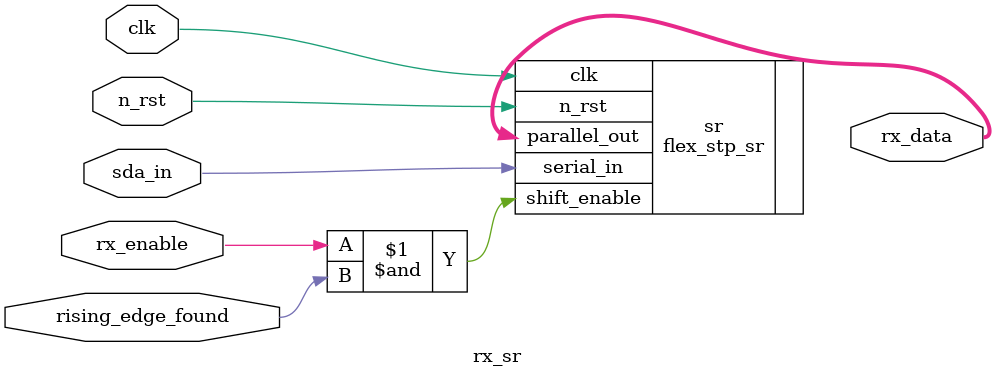
<source format=sv>
module rx_sr
(
	input clk, n_rst, sda_in, rising_edge_found,rx_enable,
	output [7:0]rx_data
	
);
	
	flex_stp_sr #(8,1) sr (.clk(clk),.n_rst(n_rst),.shift_enable(rx_enable&rising_edge_found),.serial_in(sda_in),.parallel_out(rx_data));
endmodule

	
</source>
